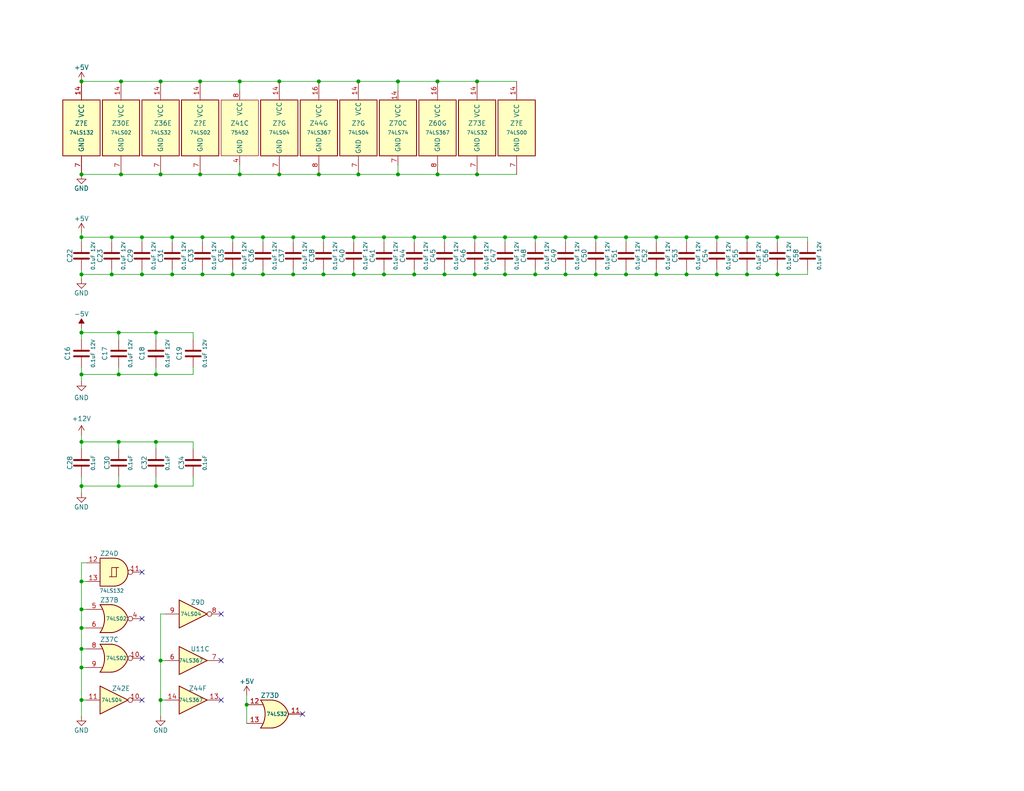
<source format=kicad_sch>
(kicad_sch (version 20230121) (generator eeschema)
  (paper "USLetter")
  (title_block (title "TRS-80 Model I") (date "2023-10-24") (rev "G") (company "RetroStack - Marcel Erz") (comment 2 "Main Units, Capacitors, and unused units") (comment 4 "Capacitors & Others"))
  (lib_symbols
    (symbol "74xx:74LS00" (pin_names (offset 1.016))
      (property "Reference" "U" (at 0 1.27 0))
      (property "Value" "74LS00" (at 0 -1.27 0))
      (symbol "74LS00_1_1"
        (pin input line (at -7.62 2.54 0) (length 3.81) (name "~") (number "1"))
        (pin input line (at -7.62 -2.54 0) (length 3.81) (name "~") (number "2"))
        (pin output inverted (at 7.62 0 180) (length 3.81) (name "~") (number "3"))
      )
      (symbol "74LS00_1_2"
        (pin input inverted (at -7.62 2.54 0) (length 4.318) (name "~") (number "1"))
        (pin input inverted (at -7.62 -2.54 0) (length 4.318) (name "~") (number "2"))
        (pin output line (at 7.62 0 180) (length 3.81) (name "~") (number "3"))
      )
      (symbol "74LS00_2_1"
        (pin input line (at -7.62 2.54 0) (length 3.81) (name "~") (number "4"))
        (pin input line (at -7.62 -2.54 0) (length 3.81) (name "~") (number "5"))
        (pin output inverted (at 7.62 0 180) (length 3.81) (name "~") (number "6"))
      )
      (symbol "74LS00_2_2"
        (pin input inverted (at -7.62 2.54 0) (length 4.318) (name "~") (number "4"))
        (pin input inverted (at -7.62 -2.54 0) (length 4.318) (name "~") (number "5"))
        (pin output line (at 7.62 0 180) (length 3.81) (name "~") (number "6"))
      )
      (symbol "74LS00_3_1"
        (pin input line (at -7.62 -2.54 0) (length 3.81) (name "~") (number "10"))
        (pin output inverted (at 7.62 0 180) (length 3.81) (name "~") (number "8"))
        (pin input line (at -7.62 2.54 0) (length 3.81) (name "~") (number "9"))
      )
      (symbol "74LS00_3_2"
        (pin input inverted (at -7.62 -2.54 0) (length 4.318) (name "~") (number "10"))
        (pin output line (at 7.62 0 180) (length 3.81) (name "~") (number "8"))
        (pin input inverted (at -7.62 2.54 0) (length 4.318) (name "~") (number "9"))
      )
      (symbol "74LS00_4_1"
        (pin output inverted (at 7.62 0 180) (length 3.81) (name "~") (number "11"))
        (pin input line (at -7.62 2.54 0) (length 3.81) (name "~") (number "12"))
        (pin input line (at -7.62 -2.54 0) (length 3.81) (name "~") (number "13"))
      )
      (symbol "74LS00_4_2"
        (pin output line (at 7.62 0 180) (length 3.81) (name "~") (number "11"))
        (pin input inverted (at -7.62 2.54 0) (length 4.318) (name "~") (number "12"))
        (pin input inverted (at -7.62 -2.54 0) (length 4.318) (name "~") (number "13"))
      )
      (symbol "74LS00_5_0"
        (pin power_in line (at 0 12.7 270) (length 5.08) (name "VCC") (number "14"))
        (pin power_in line (at 0 -12.7 90) (length 5.08) (name "GND") (number "7"))
      )
    )
    (symbol "74xx:74LS02" (pin_names (offset 1.016))
      (property "Reference" "U" (at 0 1.27 0))
      (property "Value" "74LS02" (at 0 -1.27 0))
      (symbol "74LS02_1_1"
        (pin output inverted (at 7.62 0 180) (length 3.81) (name "~") (number "1"))
        (pin input line (at -7.62 2.54 0) (length 4.318) (name "~") (number "2"))
        (pin input line (at -7.62 -2.54 0) (length 4.318) (name "~") (number "3"))
      )
      (symbol "74LS02_1_2"
        (pin output line (at 7.62 0 180) (length 3.81) (name "~") (number "1"))
        (pin input inverted (at -7.62 2.54 0) (length 3.81) (name "~") (number "2"))
        (pin input inverted (at -7.62 -2.54 0) (length 3.81) (name "~") (number "3"))
      )
      (symbol "74LS02_2_1"
        (pin output inverted (at 7.62 0 180) (length 3.81) (name "~") (number "4"))
        (pin input line (at -7.62 2.54 0) (length 4.318) (name "~") (number "5"))
        (pin input line (at -7.62 -2.54 0) (length 4.318) (name "~") (number "6"))
      )
      (symbol "74LS02_2_2"
        (pin output line (at 7.62 0 180) (length 3.81) (name "~") (number "4"))
        (pin input inverted (at -7.62 2.54 0) (length 3.81) (name "~") (number "5"))
        (pin input inverted (at -7.62 -2.54 0) (length 3.81) (name "~") (number "6"))
      )
      (symbol "74LS02_3_1"
        (pin output inverted (at 7.62 0 180) (length 3.81) (name "~") (number "10"))
        (pin input line (at -7.62 2.54 0) (length 4.318) (name "~") (number "8"))
        (pin input line (at -7.62 -2.54 0) (length 4.318) (name "~") (number "9"))
      )
      (symbol "74LS02_3_2"
        (pin output line (at 7.62 0 180) (length 3.81) (name "~") (number "10"))
        (pin input inverted (at -7.62 2.54 0) (length 3.81) (name "~") (number "8"))
        (pin input inverted (at -7.62 -2.54 0) (length 3.81) (name "~") (number "9"))
      )
      (symbol "74LS02_4_1"
        (pin input line (at -7.62 2.54 0) (length 4.318) (name "~") (number "11"))
        (pin input line (at -7.62 -2.54 0) (length 4.318) (name "~") (number "12"))
        (pin output inverted (at 7.62 0 180) (length 3.81) (name "~") (number "13"))
      )
      (symbol "74LS02_4_2"
        (pin input inverted (at -7.62 2.54 0) (length 3.81) (name "~") (number "11"))
        (pin input inverted (at -7.62 -2.54 0) (length 3.81) (name "~") (number "12"))
        (pin output line (at 7.62 0 180) (length 3.81) (name "~") (number "13"))
      )
      (symbol "74LS02_5_0"
        (pin power_in line (at 0 12.7 270) (length 5.08) (name "VCC") (number "14"))
        (pin power_in line (at 0 -12.7 90) (length 5.08) (name "GND") (number "7"))
      )
    )
    (symbol "74xx:74LS04"
      (property "Reference" "U" (at 0 1.27 0))
      (property "Value" "74LS04" (at 0 -1.27 0))
      (symbol "74LS04_1_0"
        (pin input line (at -7.62 0 0) (length 3.81) (name "~") (number "1"))
        (pin output inverted (at 7.62 0 180) (length 3.81) (name "~") (number "2"))
      )
      (symbol "74LS04_2_0"
        (pin input line (at -7.62 0 0) (length 3.81) (name "~") (number "3"))
        (pin output inverted (at 7.62 0 180) (length 3.81) (name "~") (number "4"))
      )
      (symbol "74LS04_3_0"
        (pin input line (at -7.62 0 0) (length 3.81) (name "~") (number "5"))
        (pin output inverted (at 7.62 0 180) (length 3.81) (name "~") (number "6"))
      )
      (symbol "74LS04_4_0"
        (pin output inverted (at 7.62 0 180) (length 3.81) (name "~") (number "8"))
        (pin input line (at -7.62 0 0) (length 3.81) (name "~") (number "9"))
      )
      (symbol "74LS04_5_0"
        (pin output inverted (at 7.62 0 180) (length 3.81) (name "~") (number "10"))
        (pin input line (at -7.62 0 0) (length 3.81) (name "~") (number "11"))
      )
      (symbol "74LS04_6_0"
        (pin output inverted (at 7.62 0 180) (length 3.81) (name "~") (number "12"))
        (pin input line (at -7.62 0 0) (length 3.81) (name "~") (number "13"))
      )
      (symbol "74LS04_7_0"
        (pin power_in line (at 0 12.7 270) (length 5.08) (name "VCC") (number "14"))
        (pin power_in line (at 0 -12.7 90) (length 5.08) (name "GND") (number "7"))
      )
    )
    (symbol "74xx:74LS132" (pin_names (offset 1.016))
      (property "Reference" "U" (at 0 1.27 0))
      (property "Value" "74LS132" (at 0 -1.27 0))
      (symbol "74LS132_1_1"
        (pin input line (at -7.62 2.54 0) (length 3.81) (name "~") (number "1"))
        (pin input line (at -7.62 -2.54 0) (length 3.81) (name "~") (number "2"))
        (pin output inverted (at 7.62 0 180) (length 3.81) (name "~") (number "3"))
      )
      (symbol "74LS132_1_2"
        (pin input inverted (at -7.62 2.54 0) (length 4.318) (name "~") (number "1"))
        (pin input inverted (at -7.62 -2.54 0) (length 4.318) (name "~") (number "2"))
        (pin output line (at 7.62 0 180) (length 3.81) (name "~") (number "3"))
      )
      (symbol "74LS132_2_1"
        (pin input line (at -7.62 2.54 0) (length 3.81) (name "~") (number "4"))
        (pin input line (at -7.62 -2.54 0) (length 3.81) (name "~") (number "5"))
        (pin output inverted (at 7.62 0 180) (length 3.81) (name "~") (number "6"))
      )
      (symbol "74LS132_2_2"
        (pin input inverted (at -7.62 2.54 0) (length 4.318) (name "~") (number "4"))
        (pin input inverted (at -7.62 -2.54 0) (length 4.318) (name "~") (number "5"))
        (pin output line (at 7.62 0 180) (length 3.81) (name "~") (number "6"))
      )
      (symbol "74LS132_3_1"
        (pin input line (at -7.62 -2.54 0) (length 3.81) (name "~") (number "10"))
        (pin output inverted (at 7.62 0 180) (length 3.81) (name "~") (number "8"))
        (pin input line (at -7.62 2.54 0) (length 3.81) (name "~") (number "9"))
      )
      (symbol "74LS132_3_2"
        (pin input inverted (at -7.62 -2.54 0) (length 4.318) (name "~") (number "10"))
        (pin output line (at 7.62 0 180) (length 3.81) (name "~") (number "8"))
        (pin input inverted (at -7.62 2.54 0) (length 4.318) (name "~") (number "9"))
      )
      (symbol "74LS132_4_1"
        (pin output inverted (at 7.62 0 180) (length 3.81) (name "~") (number "11"))
        (pin input line (at -7.62 2.54 0) (length 3.81) (name "~") (number "12"))
        (pin input line (at -7.62 -2.54 0) (length 3.81) (name "~") (number "13"))
      )
      (symbol "74LS132_4_2"
        (pin output line (at 7.62 0 180) (length 3.81) (name "~") (number "11"))
        (pin input inverted (at -7.62 2.54 0) (length 4.318) (name "~") (number "12"))
        (pin input inverted (at -7.62 -2.54 0) (length 4.318) (name "~") (number "13"))
      )
      (symbol "74LS132_5_0"
        (pin power_in line (at 0 12.7 270) (length 5.08) (name "VCC") (number "14"))
        (pin power_in line (at 0 -12.7 90) (length 5.08) (name "GND") (number "7"))
      )
    )
    (symbol "74xx:74LS32" (pin_names (offset 1.016))
      (property "Reference" "U" (at 0 1.27 0))
      (property "Value" "74LS32" (at 0 -1.27 0))
      (symbol "74LS32_1_1"
        (pin input line (at -7.62 2.54 0) (length 4.318) (name "~") (number "1"))
        (pin input line (at -7.62 -2.54 0) (length 4.318) (name "~") (number "2"))
        (pin output line (at 7.62 0 180) (length 3.81) (name "~") (number "3"))
      )
      (symbol "74LS32_1_2"
        (pin input inverted (at -7.62 2.54 0) (length 3.81) (name "~") (number "1"))
        (pin input inverted (at -7.62 -2.54 0) (length 3.81) (name "~") (number "2"))
        (pin output inverted (at 7.62 0 180) (length 3.81) (name "~") (number "3"))
      )
      (symbol "74LS32_2_1"
        (pin input line (at -7.62 2.54 0) (length 4.318) (name "~") (number "4"))
        (pin input line (at -7.62 -2.54 0) (length 4.318) (name "~") (number "5"))
        (pin output line (at 7.62 0 180) (length 3.81) (name "~") (number "6"))
      )
      (symbol "74LS32_2_2"
        (pin input inverted (at -7.62 2.54 0) (length 3.81) (name "~") (number "4"))
        (pin input inverted (at -7.62 -2.54 0) (length 3.81) (name "~") (number "5"))
        (pin output inverted (at 7.62 0 180) (length 3.81) (name "~") (number "6"))
      )
      (symbol "74LS32_3_1"
        (pin input line (at -7.62 -2.54 0) (length 4.318) (name "~") (number "10"))
        (pin output line (at 7.62 0 180) (length 3.81) (name "~") (number "8"))
        (pin input line (at -7.62 2.54 0) (length 4.318) (name "~") (number "9"))
      )
      (symbol "74LS32_3_2"
        (pin input inverted (at -7.62 -2.54 0) (length 3.81) (name "~") (number "10"))
        (pin output inverted (at 7.62 0 180) (length 3.81) (name "~") (number "8"))
        (pin input inverted (at -7.62 2.54 0) (length 3.81) (name "~") (number "9"))
      )
      (symbol "74LS32_4_1"
        (pin output line (at 7.62 0 180) (length 3.81) (name "~") (number "11"))
        (pin input line (at -7.62 2.54 0) (length 4.318) (name "~") (number "12"))
        (pin input line (at -7.62 -2.54 0) (length 4.318) (name "~") (number "13"))
      )
      (symbol "74LS32_4_2"
        (pin output inverted (at 7.62 0 180) (length 3.81) (name "~") (number "11"))
        (pin input inverted (at -7.62 2.54 0) (length 3.81) (name "~") (number "12"))
        (pin input inverted (at -7.62 -2.54 0) (length 3.81) (name "~") (number "13"))
      )
      (symbol "74LS32_5_0"
        (pin power_in line (at 0 12.7 270) (length 5.08) (name "VCC") (number "14"))
        (pin power_in line (at 0 -12.7 90) (length 5.08) (name "GND") (number "7"))
      )
    )
    (symbol "74xx:74LS74" (pin_names (offset 1.016))
      (property "Reference" "U" (at -7.62 8.89 0))
      (property "Value" "74LS74" (at -7.62 -8.89 0))
      (symbol "74LS74_1_0"
        (pin input line (at 0 -7.62 90) (length 2.54) (name "~{R}") (number "1"))
        (pin input line (at -7.62 2.54 0) (length 2.54) (name "D") (number "2"))
        (pin input clock (at -7.62 0 0) (length 2.54) (name "C") (number "3"))
        (pin input line (at 0 7.62 270) (length 2.54) (name "~{S}") (number "4"))
        (pin output line (at 7.62 2.54 180) (length 2.54) (name "Q") (number "5"))
        (pin output line (at 7.62 -2.54 180) (length 2.54) (name "~{Q}") (number "6"))
      )
      (symbol "74LS74_2_0"
        (pin input line (at 0 7.62 270) (length 2.54) (name "~{S}") (number "10"))
        (pin input clock (at -7.62 0 0) (length 2.54) (name "C") (number "11"))
        (pin input line (at -7.62 2.54 0) (length 2.54) (name "D") (number "12"))
        (pin input line (at 0 -7.62 90) (length 2.54) (name "~{R}") (number "13"))
        (pin output line (at 7.62 -2.54 180) (length 2.54) (name "~{Q}") (number "8"))
        (pin output line (at 7.62 2.54 180) (length 2.54) (name "Q") (number "9"))
      )
      (symbol "74LS74_3_0"
        (pin power_in line (at 0 10.16 270) (length 2.54) (name "VCC") (number "14"))
        (pin power_in line (at 0 -10.16 90) (length 2.54) (name "GND") (number "7"))
      )
    )
    (symbol "Device:C" (pin_numbers hide) (pin_names (offset 0.254))
      (property "Reference" "C" (at 0.635 2.54 0))
      (property "Value" "C" (at 0.635 -2.54 0))
      (symbol "C_1_1"
        (pin passive line (at 0 3.81 270) (length 2.794) (name "~") (number "1"))
        (pin passive line (at 0 -3.81 90) (length 2.794) (name "~") (number "2"))
      )
    )
    (symbol "RetroStackLibrary:74LS367_Split" (pin_names (offset 1.016))
      (property "Reference" "U" (at 0 1.27 0))
      (property "Value" "74LS367" (at 0 -1.27 0))
      (symbol "74LS367_Split_1_0"
        (pin input inverted (at 0 6.35 270) (length 4.445) (name "~") (number "1"))
        (pin input line (at -7.62 0 0) (length 3.81) (name "~") (number "2"))
        (pin tri_state line (at 7.62 0 180) (length 3.81) (name "~") (number "3"))
      )
      (symbol "74LS367_Split_2_0"
        (pin input line (at -7.62 0 0) (length 3.81) (name "~") (number "4"))
        (pin tri_state line (at 7.62 0 180) (length 3.81) (name "~") (number "5"))
      )
      (symbol "74LS367_Split_3_0"
        (pin input line (at -7.62 0 0) (length 3.81) (name "~") (number "6"))
        (pin tri_state line (at 7.62 0 180) (length 3.81) (name "~") (number "7"))
      )
      (symbol "74LS367_Split_4_0"
        (pin input line (at -7.62 0 0) (length 3.81) (name "~") (number "10"))
        (pin tri_state line (at 7.62 0 180) (length 3.81) (name "~") (number "9"))
      )
      (symbol "74LS367_Split_5_0"
        (pin tri_state line (at 8.255 -6.35 180) (length 3.81) (name "~") (number "11"))
        (pin input line (at -6.985 -6.35 0) (length 3.81) (name "~") (number "12"))
        (pin input inverted (at 0.635 0 270) (length 4.445) (name "~") (number "15"))
      )
      (symbol "74LS367_Split_6_0"
        (pin tri_state line (at 7.62 0 180) (length 3.81) (name "~") (number "13"))
        (pin input line (at -7.62 0 0) (length 3.81) (name "~") (number "14"))
      )
      (symbol "74LS367_Split_7_0"
        (pin power_in line (at 0 1.905 270) (length 5.08) (name "VCC") (number "16"))
        (pin power_in line (at 0 -23.495 90) (length 5.08) (name "GND") (number "8"))
      )
    )
    (symbol "RetroStackLibrary:75452"
      (property "Reference" "U" (at 0 0 0))
      (property "Value" "75452" (at 0 -2.54 0))
      (symbol "75452_1_1"
        (pin input line (at -9.525 -5.08 0) (length 2.54) (name "1A") (number "1"))
        (pin input line (at -9.525 -7.62 0) (length 2.54) (name "1B") (number "2"))
        (pin passive line (at 5.08 1.27 270) (length 2.54) (name "1Y") (number "3"))
      )
      (symbol "75452_2_1"
        (pin passive line (at 5.08 1.27 270) (length 2.54) (name "2Y") (number "5"))
        (pin input line (at -9.525 -5.08 0) (length 2.54) (name "2A") (number "6"))
        (pin input line (at -9.525 -7.62 0) (length 2.54) (name "2B") (number "7"))
      )
      (symbol "75452_3_1"
        (pin passive line (at -1.905 -19.05 90) (length 2.54) (name "GND") (number "4"))
        (pin passive line (at -1.905 1.27 270) (length 2.54) (name "VCC") (number "8"))
      )
    )
    (symbol "power:+12V" (power) (pin_names (offset 0))
      (property "Value" "+12V" (at 0 3.556 0))
      (symbol "+12V_1_1"
        (pin power_in line (at 0 0 90) (length 0) hide (name "+12V") (number "1"))
      )
    )
    (symbol "power:+5V" (power) (pin_names (offset 0))
      (property "Value" "+5V" (at 0 3.556 0))
      (symbol "+5V_1_1"
        (pin power_in line (at 0 0 90) (length 0) hide (name "+5V") (number "1"))
      )
    )
    (symbol "power:-5V" (power) (pin_names (offset 0))
      (property "Value" "-5V" (at 0 3.81 0))
      (symbol "-5V_0_0"
        (pin power_in line (at 0 0 90) (length 0) hide (name "-5V") (number "1"))
      )
    )
    (symbol "power:GND" (power) (pin_names (offset 0))
      (property "Value" "GND" (at 0 -3.81 0))
      (symbol "GND_1_1"
        (pin power_in line (at 0 0 270) (length 0) hide (name "GND") (number "1"))
      )
    )
  )
  (junction (at 212.09 74.93))
  (junction (at 113.03 64.77))
  (junction (at 130.175 22.225))
  (junction (at 63.5 74.93))
  (junction (at 137.795 74.93))
  (junction (at 43.815 22.225))
  (junction (at 179.07 74.93))
  (junction (at 119.38 47.625))
  (junction (at 212.09 64.77))
  (junction (at 63.5 64.77))
  (junction (at 42.545 132.715))
  (junction (at 179.07 64.77))
  (junction (at 46.99 64.77))
  (junction (at 88.265 74.93))
  (junction (at 113.03 74.93))
  (junction (at 129.54 74.93))
  (junction (at 30.48 74.93))
  (junction (at 71.755 64.77))
  (junction (at 22.225 182.245))
  (junction (at 96.52 74.93))
  (junction (at 146.05 64.77))
  (junction (at 22.225 102.235))
  (junction (at 43.815 180.34))
  (junction (at 170.815 64.77))
  (junction (at 170.815 74.93))
  (junction (at 43.815 47.625))
  (junction (at 54.61 47.625))
  (junction (at 154.305 74.93))
  (junction (at 195.58 64.77))
  (junction (at 162.56 74.93))
  (junction (at 22.225 171.45))
  (junction (at 86.995 22.225))
  (junction (at 96.52 64.77))
  (junction (at 162.56 64.77))
  (junction (at 22.225 120.65))
  (junction (at 42.545 102.235))
  (junction (at 32.385 90.805))
  (junction (at 130.175 47.625))
  (junction (at 42.545 120.65))
  (junction (at 104.775 74.93))
  (junction (at 76.2 47.625))
  (junction (at 30.48 64.77))
  (junction (at 43.815 191.135))
  (junction (at 46.99 74.93))
  (junction (at 129.54 64.77))
  (junction (at 22.225 177.165))
  (junction (at 97.79 47.625))
  (junction (at 65.405 47.625))
  (junction (at 121.285 64.77))
  (junction (at 32.385 132.715))
  (junction (at 22.225 166.37))
  (junction (at 97.79 22.225))
  (junction (at 108.585 22.225))
  (junction (at 154.305 64.77))
  (junction (at 54.61 22.225))
  (junction (at 22.225 74.93))
  (junction (at 33.02 22.225))
  (junction (at 65.405 22.225))
  (junction (at 67.31 192.405))
  (junction (at 38.735 64.77))
  (junction (at 38.735 74.93))
  (junction (at 121.285 74.93))
  (junction (at 187.325 74.93))
  (junction (at 22.225 132.715))
  (junction (at 203.835 74.93))
  (junction (at 55.245 74.93))
  (junction (at 195.58 74.93))
  (junction (at 33.02 47.625))
  (junction (at 108.585 47.625))
  (junction (at 32.385 102.235))
  (junction (at 42.545 90.805))
  (junction (at 187.325 64.77))
  (junction (at 146.05 74.93))
  (junction (at 76.2 22.225))
  (junction (at 104.775 64.77))
  (junction (at 22.225 90.805))
  (junction (at 22.225 64.77))
  (junction (at 203.835 64.77))
  (junction (at 71.755 74.93))
  (junction (at 32.385 120.65))
  (junction (at 137.795 64.77))
  (junction (at 22.225 158.75))
  (junction (at 22.225 22.225))
  (junction (at 119.38 22.225))
  (junction (at 80.01 74.93))
  (junction (at 22.225 47.625))
  (junction (at 86.995 47.625))
  (junction (at 88.265 64.77))
  (junction (at 80.01 64.77))
  (junction (at 22.225 191.135))
  (junction (at 55.245 64.77))
  (no_connect (at 38.735 191.135))
  (no_connect (at 38.735 156.21))
  (no_connect (at 60.325 180.34))
  (no_connect (at 82.55 194.945))
  (no_connect (at 60.325 167.64))
  (no_connect (at 38.735 179.705))
  (no_connect (at 60.325 191.135))
  (no_connect (at 38.735 168.91))
  (wire (pts (xy 154.305 74.93) (xy 162.56 74.93)))
  (wire (pts (xy 154.305 64.77) (xy 154.305 66.04)))
  (wire (pts (xy 32.385 92.71) (xy 32.385 90.805)))
  (wire (pts (xy 137.795 74.93) (xy 137.795 73.66)))
  (wire (pts (xy 22.225 76.2) (xy 22.225 74.93)))
  (wire (pts (xy 108.585 24.765) (xy 108.585 22.225)))
  (wire (pts (xy 67.31 189.865) (xy 67.31 192.405)))
  (wire (pts (xy 22.225 120.65) (xy 22.225 122.555)))
  (wire (pts (xy 43.815 180.34) (xy 45.085 180.34)))
  (wire (pts (xy 179.07 74.93) (xy 187.325 74.93)))
  (wire (pts (xy 71.755 74.93) (xy 80.01 74.93)))
  (wire (pts (xy 30.48 74.93) (xy 30.48 73.66)))
  (wire (pts (xy 55.245 64.77) (xy 63.5 64.77)))
  (wire (pts (xy 67.31 192.405) (xy 67.31 197.485)))
  (wire (pts (xy 65.405 22.225) (xy 54.61 22.225)))
  (wire (pts (xy 88.265 64.77) (xy 96.52 64.77)))
  (wire (pts (xy 86.995 47.625) (xy 97.79 47.625)))
  (wire (pts (xy 195.58 74.93) (xy 195.58 73.66)))
  (wire (pts (xy 43.815 47.625) (xy 54.61 47.625)))
  (wire (pts (xy 203.835 64.77) (xy 203.835 66.04)))
  (wire (pts (xy 104.775 74.93) (xy 104.775 73.66)))
  (wire (pts (xy 113.03 64.77) (xy 121.285 64.77)))
  (wire (pts (xy 55.245 74.93) (xy 55.245 73.66)))
  (wire (pts (xy 96.52 64.77) (xy 104.775 64.77)))
  (wire (pts (xy 130.175 22.225) (xy 140.97 22.225)))
  (wire (pts (xy 220.345 74.93) (xy 212.09 74.93)))
  (wire (pts (xy 42.545 120.65) (xy 42.545 122.555)))
  (wire (pts (xy 195.58 64.77) (xy 203.835 64.77)))
  (wire (pts (xy 146.05 74.93) (xy 146.05 73.66)))
  (wire (pts (xy 137.795 74.93) (xy 146.05 74.93)))
  (wire (pts (xy 38.735 74.93) (xy 46.99 74.93)))
  (wire (pts (xy 76.2 22.225) (xy 86.995 22.225)))
  (wire (pts (xy 22.225 118.745) (xy 22.225 120.65)))
  (wire (pts (xy 146.05 64.77) (xy 146.05 66.04)))
  (wire (pts (xy 32.385 120.65) (xy 22.225 120.65)))
  (wire (pts (xy 80.01 64.77) (xy 88.265 64.77)))
  (wire (pts (xy 46.99 64.77) (xy 46.99 66.04)))
  (wire (pts (xy 30.48 74.93) (xy 38.735 74.93)))
  (wire (pts (xy 113.03 64.77) (xy 113.03 66.04)))
  (wire (pts (xy 52.705 130.175) (xy 52.705 132.715)))
  (wire (pts (xy 43.815 22.225) (xy 54.61 22.225)))
  (wire (pts (xy 38.735 74.93) (xy 38.735 73.66)))
  (wire (pts (xy 42.545 100.33) (xy 42.545 102.235)))
  (wire (pts (xy 43.815 191.135) (xy 45.085 191.135)))
  (wire (pts (xy 65.405 24.765) (xy 65.405 22.225)))
  (wire (pts (xy 170.815 74.93) (xy 170.815 73.66)))
  (wire (pts (xy 113.03 74.93) (xy 121.285 74.93)))
  (wire (pts (xy 32.385 130.175) (xy 32.385 132.715)))
  (wire (pts (xy 33.02 47.625) (xy 43.815 47.625)))
  (wire (pts (xy 179.07 64.77) (xy 187.325 64.77)))
  (wire (pts (xy 220.345 73.66) (xy 220.345 74.93)))
  (wire (pts (xy 32.385 102.235) (xy 22.225 102.235)))
  (wire (pts (xy 65.405 22.225) (xy 76.2 22.225)))
  (wire (pts (xy 42.545 92.71) (xy 42.545 90.805)))
  (wire (pts (xy 22.225 158.75) (xy 23.495 158.75)))
  (wire (pts (xy 23.495 191.135) (xy 22.225 191.135)))
  (wire (pts (xy 63.5 74.93) (xy 63.5 73.66)))
  (wire (pts (xy 203.835 64.77) (xy 212.09 64.77)))
  (wire (pts (xy 137.795 64.77) (xy 146.05 64.77)))
  (wire (pts (xy 42.545 102.235) (xy 32.385 102.235)))
  (wire (pts (xy 23.495 153.67) (xy 22.225 153.67)))
  (wire (pts (xy 121.285 74.93) (xy 129.54 74.93)))
  (wire (pts (xy 121.285 64.77) (xy 121.285 66.04)))
  (wire (pts (xy 33.02 22.225) (xy 43.815 22.225)))
  (wire (pts (xy 146.05 74.93) (xy 154.305 74.93)))
  (wire (pts (xy 52.705 132.715) (xy 42.545 132.715)))
  (wire (pts (xy 203.835 74.93) (xy 203.835 73.66)))
  (wire (pts (xy 88.265 74.93) (xy 96.52 74.93)))
  (wire (pts (xy 22.225 177.165) (xy 23.495 177.165)))
  (wire (pts (xy 63.5 64.77) (xy 71.755 64.77)))
  (wire (pts (xy 52.705 92.71) (xy 52.705 90.805)))
  (wire (pts (xy 108.585 47.625) (xy 97.79 47.625)))
  (wire (pts (xy 80.01 74.93) (xy 88.265 74.93)))
  (wire (pts (xy 119.38 22.225) (xy 130.175 22.225)))
  (wire (pts (xy 195.58 74.93) (xy 203.835 74.93)))
  (wire (pts (xy 46.99 74.93) (xy 46.99 73.66)))
  (wire (pts (xy 121.285 74.93) (xy 121.285 73.66)))
  (wire (pts (xy 71.755 74.93) (xy 71.755 73.66)))
  (wire (pts (xy 108.585 22.225) (xy 119.38 22.225)))
  (wire (pts (xy 22.225 63.5) (xy 22.225 64.77)))
  (wire (pts (xy 170.815 64.77) (xy 170.815 66.04)))
  (wire (pts (xy 80.01 64.77) (xy 80.01 66.04)))
  (wire (pts (xy 22.225 191.135) (xy 22.225 195.58)))
  (wire (pts (xy 212.09 64.77) (xy 212.09 66.04)))
  (wire (pts (xy 146.05 64.77) (xy 154.305 64.77)))
  (wire (pts (xy 220.345 64.77) (xy 212.09 64.77)))
  (wire (pts (xy 187.325 74.93) (xy 195.58 74.93)))
  (wire (pts (xy 22.225 90.805) (xy 22.225 92.71)))
  (wire (pts (xy 42.545 132.715) (xy 32.385 132.715)))
  (wire (pts (xy 195.58 64.77) (xy 195.58 66.04)))
  (wire (pts (xy 104.775 74.93) (xy 113.03 74.93)))
  (wire (pts (xy 86.995 22.225) (xy 97.79 22.225)))
  (wire (pts (xy 22.225 64.77) (xy 30.48 64.77)))
  (wire (pts (xy 76.2 47.625) (xy 86.995 47.625)))
  (wire (pts (xy 162.56 74.93) (xy 170.815 74.93)))
  (wire (pts (xy 179.07 64.77) (xy 179.07 66.04)))
  (wire (pts (xy 130.175 47.625) (xy 140.97 47.625)))
  (wire (pts (xy 187.325 74.93) (xy 187.325 73.66)))
  (wire (pts (xy 71.755 64.77) (xy 80.01 64.77)))
  (wire (pts (xy 43.815 167.64) (xy 43.815 180.34)))
  (wire (pts (xy 32.385 132.715) (xy 22.225 132.715)))
  (wire (pts (xy 22.225 177.165) (xy 22.225 182.245)))
  (wire (pts (xy 22.225 22.225) (xy 33.02 22.225)))
  (wire (pts (xy 203.835 74.93) (xy 212.09 74.93)))
  (wire (pts (xy 22.225 64.77) (xy 22.225 66.04)))
  (wire (pts (xy 129.54 64.77) (xy 129.54 66.04)))
  (wire (pts (xy 42.545 90.805) (xy 32.385 90.805)))
  (wire (pts (xy 65.405 45.085) (xy 65.405 47.625)))
  (wire (pts (xy 129.54 74.93) (xy 137.795 74.93)))
  (wire (pts (xy 22.225 74.93) (xy 22.225 73.66)))
  (wire (pts (xy 43.815 180.34) (xy 43.815 191.135)))
  (wire (pts (xy 22.225 102.235) (xy 22.225 104.14)))
  (wire (pts (xy 121.285 64.77) (xy 129.54 64.77)))
  (wire (pts (xy 22.225 182.245) (xy 23.495 182.245)))
  (wire (pts (xy 43.815 191.135) (xy 43.815 195.58)))
  (wire (pts (xy 46.99 74.93) (xy 55.245 74.93)))
  (wire (pts (xy 22.225 153.67) (xy 22.225 158.75)))
  (wire (pts (xy 32.385 90.805) (xy 22.225 90.805)))
  (wire (pts (xy 96.52 64.77) (xy 96.52 66.04)))
  (wire (pts (xy 63.5 74.93) (xy 71.755 74.93)))
  (wire (pts (xy 32.385 120.65) (xy 32.385 122.555)))
  (wire (pts (xy 22.225 166.37) (xy 22.225 171.45)))
  (wire (pts (xy 45.085 167.64) (xy 43.815 167.64)))
  (wire (pts (xy 162.56 64.77) (xy 170.815 64.77)))
  (wire (pts (xy 129.54 64.77) (xy 137.795 64.77)))
  (wire (pts (xy 104.775 64.77) (xy 104.775 66.04)))
  (wire (pts (xy 170.815 74.93) (xy 179.07 74.93)))
  (wire (pts (xy 52.705 120.65) (xy 42.545 120.65)))
  (wire (pts (xy 52.705 122.555) (xy 52.705 120.65)))
  (wire (pts (xy 170.815 64.77) (xy 179.07 64.77)))
  (wire (pts (xy 22.225 74.93) (xy 30.48 74.93)))
  (wire (pts (xy 38.735 64.77) (xy 46.99 64.77)))
  (wire (pts (xy 22.225 89.535) (xy 22.225 90.805)))
  (wire (pts (xy 154.305 64.77) (xy 162.56 64.77)))
  (wire (pts (xy 42.545 120.65) (xy 32.385 120.65)))
  (wire (pts (xy 65.405 47.625) (xy 76.2 47.625)))
  (wire (pts (xy 96.52 74.93) (xy 96.52 73.66)))
  (wire (pts (xy 30.48 64.77) (xy 38.735 64.77)))
  (wire (pts (xy 30.48 64.77) (xy 30.48 66.04)))
  (wire (pts (xy 71.755 64.77) (xy 71.755 66.04)))
  (wire (pts (xy 154.305 74.93) (xy 154.305 73.66)))
  (wire (pts (xy 96.52 74.93) (xy 104.775 74.93)))
  (wire (pts (xy 162.56 64.77) (xy 162.56 66.04)))
  (wire (pts (xy 88.265 74.93) (xy 88.265 73.66)))
  (wire (pts (xy 42.545 130.175) (xy 42.545 132.715)))
  (wire (pts (xy 119.38 47.625) (xy 130.175 47.625)))
  (wire (pts (xy 22.225 166.37) (xy 23.495 166.37)))
  (wire (pts (xy 22.225 100.33) (xy 22.225 102.235)))
  (wire (pts (xy 179.07 74.93) (xy 179.07 73.66)))
  (wire (pts (xy 104.775 64.77) (xy 113.03 64.77)))
  (wire (pts (xy 22.225 132.715) (xy 22.225 134.62)))
  (wire (pts (xy 52.705 102.235) (xy 42.545 102.235)))
  (wire (pts (xy 220.345 66.04) (xy 220.345 64.77)))
  (wire (pts (xy 187.325 64.77) (xy 195.58 64.77)))
  (wire (pts (xy 108.585 45.085) (xy 108.585 47.625)))
  (wire (pts (xy 22.225 47.625) (xy 33.02 47.625)))
  (wire (pts (xy 55.245 74.93) (xy 63.5 74.93)))
  (wire (pts (xy 38.735 64.77) (xy 38.735 66.04)))
  (wire (pts (xy 22.225 158.75) (xy 22.225 166.37)))
  (wire (pts (xy 22.225 171.45) (xy 22.225 177.165)))
  (wire (pts (xy 55.245 64.77) (xy 55.245 66.04)))
  (wire (pts (xy 22.225 130.175) (xy 22.225 132.715)))
  (wire (pts (xy 88.265 64.77) (xy 88.265 66.04)))
  (wire (pts (xy 46.99 64.77) (xy 55.245 64.77)))
  (wire (pts (xy 162.56 74.93) (xy 162.56 73.66)))
  (wire (pts (xy 108.585 47.625) (xy 119.38 47.625)))
  (wire (pts (xy 137.795 64.77) (xy 137.795 66.04)))
  (wire (pts (xy 63.5 64.77) (xy 63.5 66.04)))
  (wire (pts (xy 129.54 74.93) (xy 129.54 73.66)))
  (wire (pts (xy 212.09 74.93) (xy 212.09 73.66)))
  (wire (pts (xy 52.705 100.33) (xy 52.705 102.235)))
  (wire (pts (xy 113.03 74.93) (xy 113.03 73.66)))
  (wire (pts (xy 22.225 182.245) (xy 22.225 191.135)))
  (wire (pts (xy 108.585 22.225) (xy 97.79 22.225)))
  (wire (pts (xy 187.325 64.77) (xy 187.325 66.04)))
  (wire (pts (xy 52.705 90.805) (xy 42.545 90.805)))
  (wire (pts (xy 65.405 47.625) (xy 54.61 47.625)))
  (wire (pts (xy 22.225 171.45) (xy 23.495 171.45)))
  (wire (pts (xy 80.01 74.93) (xy 80.01 73.66)))
  (wire (pts (xy 32.385 100.33) (xy 32.385 102.235)))
  (symbol (lib_id "Device:C") (at 104.775 69.85 0) (unit 1)
    (property "Reference" "C41" (at 101.6 69.85 90))
    (property "Value" "0.1uF 12V" (at 107.95 69.85 90) (effects (font (size 1 1))))
    (property "Footprint" "RetroStackLibrary:TRS80_Model_I_C_Disc_9.5L_4W_6P_Small" (effects hide))
  )
  (symbol (lib_id "74xx:74LS04") (at 52.705 167.64 0) (unit 4)
    (property "Reference" "Z9" (at 53.975 164.465 0))
    (property "Value" "74LS04" (at 52.07 167.64 0) (effects (font (size 1 1))))
    (property "Footprint" "RetroStackLibrary:TRS80_Model_I_DIP14" (effects hide))
    (property "Datasheet" "http://www.ti.com/lit/gpn/sn74LS04" (effects hide))
    (instances (project "Replica" (path "" (reference "Z9") (unit 4))) (project "TRS80_Model_I_G" (path "" (reference "Z15") (unit 4)) (path "" (reference "Z52") (unit 4))))
  )
  (symbol (lib_id "74xx:74LS02") (at 54.61 34.925 0) (unit 5)
    (property "Reference" "Z?" (at 54.61 33.655 0))
    (property "Value" "74LS02" (at 54.61 36.195 0) (effects (font (size 1 1))))
    (property "Footprint" "RetroStackLibrary:TRS80_Model_I_DIP14" (effects hide))
    (property "Datasheet" "http://www.ti.com/lit/gpn/sn74ls02" (effects hide))
    (instances (project "TRS80_Model_I_G" (path "" (reference "Z?") (unit 5)) (path "" (reference "Z37") (unit 5))))
  )
  (symbol (lib_id "74xx:74LS04") (at 97.79 34.925 0) (unit 7)
    (property "Reference" "Z?" (at 97.79 33.655 0))
    (property "Value" "74LS04" (at 97.79 36.195 0) (effects (font (size 1 1))))
    (property "Footprint" "RetroStackLibrary:TRS80_Model_I_DIP14" (effects hide))
    (property "Datasheet" "http://www.ti.com/lit/gpn/sn74LS04" (effects hide))
    (instances (project "TRS80_Model_I_G" (path "" (reference "Z?") (unit 7)) (path "" (reference "Z52") (unit 7))))
  )
  (symbol (lib_id "74xx:74LS00") (at 140.97 34.925 0) (unit 5)
    (property "Reference" "Z?" (at 140.97 33.655 0))
    (property "Value" "74LS00" (at 140.97 36.195 0) (effects (font (size 1 1))))
    (property "Footprint" "RetroStackLibrary:TRS80_Model_I_DIP14" (effects hide))
    (property "Datasheet" "http://www.ti.com/lit/gpn/sn74ls00" (effects hide))
    (instances (project "TRS80_Model_I_G" (path "" (reference "Z?") (unit 5)) (path "" (reference "Z74") (unit 5))))
  )
  (symbol (lib_id "74xx:74LS04") (at 31.115 191.135 0) (unit 5)
    (property "Reference" "Z42" (at 33.02 187.96 0))
    (property "Value" "74LS04" (at 30.48 191.135 0) (effects (font (size 1 1))))
    (property "Footprint" "RetroStackLibrary:TRS80_Model_I_DIP14" (effects hide))
    (property "Datasheet" "http://www.ti.com/lit/gpn/sn74LS04" (effects hide))
    (instances (project "Replica" (path "" (reference "Z42") (unit 5))) (project "TRS80_Model_I_G" (path "" (reference "Z3") (unit 5)) (path "" (reference "Z42") (unit 5))))
  )
  (symbol (lib_id "74xx:74LS02") (at 33.02 34.925 0) (unit 5)
    (property "Reference" "Z30" (at 30.48 33.655 0) (effects (justify left)))
    (property "Value" "74LS02" (at 33.02 36.195 0) (effects (font (size 1 1))))
    (property "Footprint" "RetroStackLibrary:TRS80_Model_I_DIP14" (effects hide))
    (property "Datasheet" "http://www.ti.com/lit/gpn/sn74ls02" (effects hide))
    (instances (project "Replica" (path "" (reference "Z30") (unit 5))) (project "TRS80_Model_I_G" (path "" (reference "Z?") (unit 5)) (path "" (reference "Z30") (unit 5)) (path "" (reference "Z30") (unit 5)) (path "" (reference "Z30") (unit 5))))
  )
  (symbol (lib_id "Device:C") (at 187.325 69.85 0) (unit 1)
    (property "Reference" "C53" (at 184.15 69.85 90))
    (property "Value" "0.1uF 12V" (at 190.5 69.85 90) (effects (font (size 1 1))))
    (property "Footprint" "RetroStackLibrary:TRS80_Model_I_C_Disc_9.5L_4W_6P_Small" (effects hide))
  )
  (symbol (lib_id "Device:C") (at 52.705 96.52 0) (unit 1)
    (property "Reference" "C19" (at 48.895 96.52 90))
    (property "Value" "0.1uF 12V" (at 55.88 96.52 90) (effects (font (size 1 1))))
    (property "Footprint" "RetroStackLibrary:TRS80_Model_I_C_Disc_9.5L_4W_6P_Small" (effects hide))
  )
  (symbol (lib_id "Device:C") (at 220.345 69.85 0) (unit 1)
    (property "Reference" "C58" (at 217.17 69.85 90))
    (property "Value" "0.1uF 12V" (at 223.52 69.85 90) (effects (font (size 1 1))))
    (property "Footprint" "RetroStackLibrary:TRS80_Model_I_C_Disc_9.5L_4W_6P_Small" (effects hide))
  )
  (symbol (lib_id "power:GND") (at 22.225 47.625 0) (unit 1)
    (property "Reference" "#PWR014" (effects hide))
    (property "Value" "GND" (at 22.225 51.435 0))
    (instances (project "TRS80_Model_I_G" (path "" (reference "#PWR014") (unit 1)) (path "" (reference "#PWR038") (unit 1))))
  )
  (symbol (lib_id "74xx:74LS132") (at 22.225 34.925 0) (unit 5)
    (property "Reference" "Z?" (at 22.225 33.655 0))
    (property "Value" "74LS132" (at 22.225 36.195 0) (effects (font (size 1 1))))
    (property "Footprint" "RetroStackLibrary:TRS80_Model_I_DIP14" (effects hide))
    (property "Datasheet" "http://www.ti.com/lit/gpn/sn74LS132" (effects hide))
    (instances (project "TRS80_Model_I_G" (path "" (reference "Z?") (unit 5)) (path "" (reference "Z24") (unit 5))))
  )
  (symbol (lib_id "74xx:74LS32") (at 74.93 194.945 0) (unit 4)
    (property "Reference" "Z73" (at 73.66 189.865 0))
    (property "Value" "74LS32" (at 75.565 194.945 0) (effects (font (size 1 1))))
    (property "Footprint" "RetroStackLibrary:TRS80_Model_I_DIP14" (effects hide))
    (property "Datasheet" "http://www.ti.com/lit/gpn/sn74LS32" (effects hide))
  )
  (symbol (lib_id "RetroStackLibrary:74LS367_Split") (at 86.995 24.13 0) (unit 7)
    (property "Reference" "Z44" (at 86.995 33.655 0))
    (property "Value" "74LS367" (at 86.995 36.195 0) (effects (font (size 1 1))))
    (property "Footprint" "RetroStackLibrary:TRS80_Model_I_DIP16" (effects hide))
    (property "Datasheet" "https://www.ti.com/lit/ds/symlink/sn74ls367a.pdf" (effects hide))
  )
  (symbol (lib_id "Device:C") (at 38.735 69.85 0) (unit 1)
    (property "Reference" "C29" (at 35.56 69.85 90))
    (property "Value" "0.1uF 12V" (at 41.91 69.85 90) (effects (font (size 1 1))))
    (property "Footprint" "RetroStackLibrary:TRS80_Model_I_C_Disc_9.5L_4W_6P_Small" (effects hide))
  )
  (symbol (lib_id "Device:C") (at 32.385 96.52 0) (unit 1)
    (property "Reference" "C17" (at 28.575 96.52 90))
    (property "Value" "0.1uF 12V" (at 35.56 96.52 90) (effects (font (size 1 1))))
    (property "Footprint" "RetroStackLibrary:TRS80_Model_I_C_Disc_9.5L_4W_6P_Small" (effects hide))
  )
  (symbol (lib_id "Device:C") (at 22.225 126.365 0) (unit 1)
    (property "Reference" "C28" (at 19.05 126.365 90))
    (property "Value" "0.1uF" (at 25.4 126.365 90) (effects (font (size 1 1))))
    (property "Footprint" "RetroStackLibrary:TRS80_Model_I_C_Disc_18.5L_4W_8.5P_Large" (effects hide))
  )
  (symbol (lib_id "Device:C") (at 88.265 69.85 0) (unit 1)
    (property "Reference" "C38" (at 85.09 69.85 90))
    (property "Value" "0.1uF 12V" (at 91.44 69.85 90) (effects (font (size 1 1))))
    (property "Footprint" "RetroStackLibrary:TRS80_Model_I_C_Disc_9.5L_4W_6P_Small" (effects hide))
  )
  (symbol (lib_id "Device:C") (at 22.225 96.52 0) (unit 1)
    (property "Reference" "C16" (at 18.415 96.52 90))
    (property "Value" "0.1uF 12V" (at 25.4 96.52 90) (effects (font (size 1 1))))
    (property "Footprint" "RetroStackLibrary:TRS80_Model_I_C_Disc_9.5L_4W_6P_Small" (effects hide))
  )
  (symbol (lib_id "Device:C") (at 80.01 69.85 0) (unit 1)
    (property "Reference" "C37" (at 76.835 69.85 90))
    (property "Value" "0.1uF 12V" (at 83.185 69.85 90) (effects (font (size 1 1))))
    (property "Footprint" "RetroStackLibrary:TRS80_Model_I_C_Disc_9.5L_4W_6P_Small" (effects hide))
  )
  (symbol (lib_id "74xx:74LS02") (at 31.115 179.705 0) (unit 3)
    (property "Reference" "Z37" (at 29.845 174.625 0))
    (property "Value" "74LS02" (at 31.75 179.705 0) (effects (font (size 1 1))))
    (property "Footprint" "RetroStackLibrary:TRS80_Model_I_DIP14" (effects hide))
    (property "Datasheet" "http://www.ti.com/lit/gpn/sn74ls02" (effects hide))
  )
  (symbol (lib_id "Device:C") (at 113.03 69.85 0) (unit 1)
    (property "Reference" "C44" (at 109.855 69.85 90))
    (property "Value" "0.1uF 12V" (at 116.205 69.85 90) (effects (font (size 1 1))))
    (property "Footprint" "RetroStackLibrary:TRS80_Model_I_C_Disc_9.5L_4W_6P_Small" (effects hide))
  )
  (symbol (lib_id "Device:C") (at 63.5 69.85 0) (unit 1)
    (property "Reference" "C35" (at 60.325 69.85 90))
    (property "Value" "0.1uF 12V" (at 66.675 69.85 90) (effects (font (size 1 1))))
    (property "Footprint" "RetroStackLibrary:TRS80_Model_I_C_Disc_9.5L_4W_6P_Small" (effects hide))
  )
  (symbol (lib_id "power:+12V") (at 22.225 118.745 0) (unit 1)
    (property "Reference" "#PWR0204" (effects hide))
    (property "Value" "+12V" (at 22.225 114.3 0))
    (instances (project "TRS80_Model_I_G" (path "" (reference "#PWR0204") (unit 1)) (path "" (reference "#PWR044") (unit 1))))
  )
  (symbol (lib_id "Device:C") (at 52.705 126.365 0) (unit 1)
    (property "Reference" "C34" (at 49.53 126.365 90))
    (property "Value" "0.1uF" (at 55.88 126.365 90) (effects (font (size 1 1))))
    (property "Footprint" "RetroStackLibrary:TRS80_Model_I_C_Disc_18.5L_4W_8.5P_Large" (effects hide))
  )
  (symbol (lib_id "74xx:74LS74") (at 108.585 34.925 0) (unit 3)
    (property "Reference" "Z70" (at 106.045 33.655 0) (effects (justify left)))
    (property "Value" "74LS74" (at 108.585 36.195 0) (effects (font (size 1 1))))
    (property "Footprint" "RetroStackLibrary:TRS80_Model_I_DIP14" (effects hide))
    (property "Datasheet" "74xx/74hc_hct74.pdf" (effects hide))
    (instances (project "Replica" (path "" (reference "Z70") (unit 3))) (project "TRS80_Model_I_G" (path "" (reference "Z?") (unit 3)) (path "" (reference "Z70") (unit 3))))
  )
  (symbol (lib_id "Device:C") (at 129.54 69.85 0) (unit 1)
    (property "Reference" "C46" (at 126.365 69.85 90))
    (property "Value" "0.1uF 12V" (at 132.715 69.85 90) (effects (font (size 1 1))))
    (property "Footprint" "RetroStackLibrary:TRS80_Model_I_C_Disc_9.5L_4W_6P_Small" (effects hide))
  )
  (symbol (lib_id "Device:C") (at 146.05 69.85 0) (unit 1)
    (property "Reference" "C48" (at 142.875 69.85 90))
    (property "Value" "0.1uF 12V" (at 149.225 69.85 90) (effects (font (size 1 1))))
    (property "Footprint" "RetroStackLibrary:TRS80_Model_I_C_Disc_9.5L_4W_6P_Small" (effects hide))
  )
  (symbol (lib_id "Device:C") (at 32.385 126.365 0) (unit 1)
    (property "Reference" "C30" (at 29.21 126.365 90))
    (property "Value" "0.1uF" (at 35.56 126.365 90) (effects (font (size 1 1))))
    (property "Footprint" "RetroStackLibrary:TRS80_Model_I_C_Disc_18.5L_4W_8.5P_Large" (effects hide))
  )
  (symbol (lib_id "Device:C") (at 30.48 69.85 0) (unit 1)
    (property "Reference" "C23" (at 27.305 69.85 90))
    (property "Value" "0.1uF 12V" (at 33.655 69.85 90) (effects (font (size 1 1))))
    (property "Footprint" "RetroStackLibrary:TRS80_Model_I_C_Disc_9.5L_4W_6P_Small" (effects hide))
  )
  (symbol (lib_id "power:GND") (at 22.225 195.58 0) (unit 1)
    (property "Reference" "#PWR014" (effects hide))
    (property "Value" "GND" (at 22.225 199.39 0))
    (instances (project "TRS80_Model_I_G" (path "" (reference "#PWR014") (unit 1)) (path "" (reference "#PWR036") (unit 1))))
  )
  (symbol (lib_id "Device:C") (at 179.07 69.85 0) (unit 1)
    (property "Reference" "C52" (at 175.895 69.85 90))
    (property "Value" "0.1uF 12V" (at 182.245 69.85 90) (effects (font (size 1 1))))
    (property "Footprint" "RetroStackLibrary:TRS80_Model_I_C_Disc_9.5L_4W_6P_Small" (effects hide))
  )
  (symbol (lib_id "Device:C") (at 71.755 69.85 0) (unit 1)
    (property "Reference" "C36" (at 68.58 69.85 90))
    (property "Value" "0.1uF 12V" (at 74.93 69.85 90) (effects (font (size 1 1))))
    (property "Footprint" "RetroStackLibrary:TRS80_Model_I_C_Disc_9.5L_4W_6P_Small" (effects hide))
  )
  (symbol (lib_id "Device:C") (at 195.58 69.85 0) (unit 1)
    (property "Reference" "C54" (at 192.405 69.85 90))
    (property "Value" "0.1uF 12V" (at 198.755 69.85 90) (effects (font (size 1 1))))
    (property "Footprint" "RetroStackLibrary:TRS80_Model_I_C_Disc_9.5L_4W_6P_Small" (effects hide))
  )
  (symbol (lib_id "74xx:74LS32") (at 130.175 34.925 0) (unit 5)
    (property "Reference" "Z73" (at 130.175 33.655 0))
    (property "Value" "74LS32" (at 130.175 36.195 0) (effects (font (size 1 1))))
    (property "Footprint" "RetroStackLibrary:TRS80_Model_I_DIP14" (effects hide))
    (property "Datasheet" "http://www.ti.com/lit/gpn/sn74LS32" (effects hide))
    (instances (project "TRS80_Model_I_G" (path "" (reference "Z73") (unit 5)) (path "" (reference "Z?") (unit 5)) (path "" (reference "Z73") (unit 5))))
  )
  (symbol (lib_id "Device:C") (at 203.835 69.85 0) (unit 1)
    (property "Reference" "C55" (at 200.66 69.85 90))
    (property "Value" "0.1uF 12V" (at 207.01 69.85 90) (effects (font (size 1 1))))
    (property "Footprint" "RetroStackLibrary:TRS80_Model_I_C_Disc_9.5L_4W_6P_Small" (effects hide))
  )
  (symbol (lib_id "power:+5V") (at 22.225 63.5 0) (unit 1)
    (property "Reference" "#PWR015" (effects hide))
    (property "Value" "+5V" (at 22.225 59.69 0))
    (instances (project "TRS80_Model_I_G" (path "" (reference "#PWR015") (unit 1)) (path "" (reference "#PWR0123") (unit 1))))
  )
  (symbol (lib_id "RetroStackLibrary:75452") (at 67.31 26.035 0) (unit 3)
    (property "Reference" "Z41" (at 65.405 33.655 0))
    (property "Value" "75452" (at 65.405 36.195 0) (effects (font (size 1 1))))
    (property "Footprint" "RetroStackLibrary:TRS80_Model_I_DIP8" (effects hide))
    (property "Datasheet" "https://www.ti.com/lit/ds/symlink/sn75452b.pdf" (effects hide))
    (instances (project "Replica" (path "" (reference "Z41") (unit 3))) (project "TRS80_Model_I_G" (path "" (reference "Z?") (unit 3)) (path "" (reference "Z41") (unit 3))))
  )
  (symbol (lib_id "74xx:74LS32") (at 43.815 34.925 0) (unit 5)
    (property "Reference" "Z36" (at 44.45 33.655 0))
    (property "Value" "74LS32" (at 43.815 36.195 0) (effects (font (size 1 1))))
    (property "Footprint" "RetroStackLibrary:TRS80_Model_I_DIP14" (effects hide))
    (property "Datasheet" "http://www.ti.com/lit/gpn/sn74LS32" (effects hide))
    (instances (project "TRS80_Model_I_G" (path "" (reference "Z36") (unit 5)) (path "" (reference "Z?") (unit 5)) (path "" (reference "Z36") (unit 5))))
  )
  (symbol (lib_id "Device:C") (at 22.225 69.85 0) (unit 1)
    (property "Reference" "C22" (at 19.05 69.85 90))
    (property "Value" "0.1uF 12V" (at 25.4 69.85 90) (effects (font (size 1 1))))
    (property "Footprint" "RetroStackLibrary:TRS80_Model_I_C_Disc_9.5L_4W_6P_Small" (effects hide))
  )
  (symbol (lib_id "74xx:74LS132") (at 31.115 156.21 0) (unit 4)
    (property "Reference" "Z24" (at 29.845 151.13 0))
    (property "Value" "74LS132" (at 30.48 161.29 0) (effects (font (size 1 1))))
    (property "Footprint" "RetroStackLibrary:TRS80_Model_I_DIP14" (effects hide))
    (property "Datasheet" "http://www.ti.com/lit/gpn/sn74LS132" (effects hide))
    (instances (project "Replica" (path "" (reference "Z24") (unit 4))) (project "TRS80_Model_I_G" (path "" (reference "Z4") (unit 4)) (path "" (reference "Z24") (unit 2))))
  )
  (symbol (lib_id "power:-5V") (at 22.225 89.535 0) (unit 1)
    (property "Reference" "#PWR0202" (effects hide))
    (property "Value" "-5V" (at 22.225 85.725 0))
    (instances (project "TRS80_Model_I_G" (path "" (reference "#PWR0202") (unit 1)) (path "" (reference "#PWR041") (unit 1))))
  )
  (symbol (lib_id "Device:C") (at 137.795 69.85 0) (unit 1)
    (property "Reference" "C47" (at 134.62 69.85 90))
    (property "Value" "0.1uF 12V" (at 140.97 69.85 90) (effects (font (size 1 1))))
    (property "Footprint" "RetroStackLibrary:TRS80_Model_I_C_Disc_9.5L_4W_6P_Small" (effects hide))
  )
  (symbol (lib_id "Device:C") (at 170.815 69.85 0) (unit 1)
    (property "Reference" "C51" (at 167.64 69.85 90))
    (property "Value" "0.1uF 12V" (at 173.99 69.85 90) (effects (font (size 1 1))))
    (property "Footprint" "RetroStackLibrary:TRS80_Model_I_C_Disc_9.5L_4W_6P_Small" (effects hide))
  )
  (symbol (lib_id "Device:C") (at 121.285 69.85 0) (unit 1)
    (property "Reference" "C45" (at 118.11 69.85 90))
    (property "Value" "0.1uF 12V" (at 124.46 69.85 90) (effects (font (size 1 1))))
    (property "Footprint" "RetroStackLibrary:TRS80_Model_I_C_Disc_9.5L_4W_6P_Small" (effects hide))
  )
  (symbol (lib_id "Device:C") (at 96.52 69.85 0) (unit 1)
    (property "Reference" "C40" (at 93.345 69.85 90))
    (property "Value" "0.1uF 12V" (at 99.695 69.85 90) (effects (font (size 1 1))))
    (property "Footprint" "RetroStackLibrary:TRS80_Model_I_C_Disc_9.5L_4W_6P_Small" (effects hide))
  )
  (symbol (lib_id "Device:C") (at 42.545 96.52 0) (unit 1)
    (property "Reference" "C18" (at 38.735 96.52 90))
    (property "Value" "0.1uF 12V" (at 45.72 96.52 90) (effects (font (size 1 1))))
    (property "Footprint" "RetroStackLibrary:TRS80_Model_I_C_Disc_9.5L_4W_6P_Small" (effects hide))
  )
  (symbol (lib_id "power:GND") (at 43.815 195.58 0) (unit 1)
    (property "Reference" "#PWR014" (effects hide))
    (property "Value" "GND" (at 43.815 199.39 0))
    (instances (project "TRS80_Model_I_G" (path "" (reference "#PWR014") (unit 1)) (path "" (reference "#PWR0126") (unit 1))))
  )
  (symbol (lib_id "Device:C") (at 212.09 69.85 0) (unit 1)
    (property "Reference" "C56" (at 208.915 69.85 90))
    (property "Value" "0.1uF 12V" (at 215.265 69.85 90) (effects (font (size 1 1))))
    (property "Footprint" "RetroStackLibrary:TRS80_Model_I_C_Disc_9.5L_4W_6P_Small" (effects hide))
  )
  (symbol (lib_id "RetroStackLibrary:74LS367_Split") (at 52.705 191.135 0) (unit 6)
    (property "Reference" "Z44" (at 53.975 187.96 0))
    (property "Value" "74LS367" (at 52.07 191.135 0) (effects (font (size 1 1))))
    (property "Footprint" "RetroStackLibrary:TRS80_Model_I_DIP16" (effects hide))
    (property "Datasheet" "https://www.ti.com/lit/ds/symlink/sn74ls367a.pdf" (effects hide))
    (instances (project "Replica" (path "" (reference "Z44") (unit 6))) (project "TRS80_Model_I_G" (path "" (reference "Z22") (unit 6)) (path "" (reference "Z72") (unit 6))))
  )
  (symbol (lib_id "74xx:74LS02") (at 31.115 168.91 0) (unit 2)
    (property "Reference" "Z37" (at 29.845 163.83 0))
    (property "Value" "74LS02" (at 31.75 168.91 0) (effects (font (size 1 1))))
    (property "Footprint" "RetroStackLibrary:TRS80_Model_I_DIP14" (effects hide))
    (property "Datasheet" "http://www.ti.com/lit/gpn/sn74ls02" (effects hide))
    (instances (project "TRS80_Model_I_G" (path "" (reference "Z37") (unit 2)) (path "" (reference "Z30") (unit 2))))
  )
  (symbol (lib_id "74xx:74LS04") (at 76.2 34.925 0) (unit 7)
    (property "Reference" "Z?" (at 76.2 33.655 0))
    (property "Value" "74LS04" (at 76.2 36.195 0) (effects (font (size 1 1))))
    (property "Footprint" "RetroStackLibrary:TRS80_Model_I_DIP14" (effects hide))
    (property "Datasheet" "http://www.ti.com/lit/gpn/sn74LS04" (effects hide))
    (instances (project "TRS80_Model_I_G" (path "" (reference "Z?") (unit 7)) (path "" (reference "Z42") (unit 7))))
  )
  (symbol (lib_id "Device:C") (at 46.99 69.85 0) (unit 1)
    (property "Reference" "C31" (at 43.815 69.85 90))
    (property "Value" "0.1uF 12V" (at 50.165 69.85 90) (effects (font (size 1 1))))
    (property "Footprint" "RetroStackLibrary:TRS80_Model_I_C_Disc_9.5L_4W_6P_Small" (effects hide))
  )
  (symbol (lib_id "power:GND") (at 22.225 104.14 0) (unit 1)
    (property "Reference" "#PWR01" (effects hide))
    (property "Value" "GND" (at 22.225 108.5834 0))
    (instances (project "Power" (path "" (reference "#PWR01") (unit 1))) (project "TRS80_Model_I_G" (path "" (reference "#PWR0201") (unit 1)) (path "" (reference "#PWR042") (unit 1))))
  )
  (symbol (lib_id "Device:C") (at 42.545 126.365 0) (unit 1)
    (property "Reference" "C32" (at 39.37 126.365 90))
    (property "Value" "0.1uF" (at 45.72 126.365 90) (effects (font (size 1 1))))
    (property "Footprint" "RetroStackLibrary:TRS80_Model_I_C_Disc_18.5L_4W_8.5P_Large" (effects hide))
  )
  (symbol (lib_id "power:+5V") (at 22.225 22.225 0) (unit 1)
    (property "Reference" "#PWR015" (effects hide))
    (property "Value" "+5V" (at 22.225 18.415 0))
    (instances (project "TRS80_Model_I_G" (path "" (reference "#PWR015") (unit 1)) (path "" (reference "#PWR037") (unit 1))))
  )
  (symbol (lib_id "RetroStackLibrary:74LS367_Split") (at 119.38 24.13 0) (unit 7)
    (property "Reference" "Z60" (at 119.38 33.655 0))
    (property "Value" "74LS367" (at 119.38 36.195 0) (effects (font (size 1 1))))
    (property "Footprint" "RetroStackLibrary:TRS80_Model_I_DIP16" (effects hide))
    (property "Datasheet" "https://www.ti.com/lit/ds/symlink/sn74ls367a.pdf" (effects hide))
    (instances (project "Replica" (path "" (reference "Z60") (unit 7))) (project "TRS80_Model_I_G" (path "" (reference "Z?") (unit 7)) (path "" (reference "Z72") (unit 7))))
  )
  (symbol (lib_id "power:GND") (at 22.225 76.2 0) (unit 1)
    (property "Reference" "#PWR014" (effects hide))
    (property "Value" "GND" (at 22.225 80.01 0))
    (instances (project "TRS80_Model_I_G" (path "" (reference "#PWR014") (unit 1)) (path "" (reference "#PWR0124") (unit 1))))
  )
  (symbol (lib_id "RetroStackLibrary:74LS367_Split") (at 52.705 180.34 0) (unit 3)
    (property "Reference" "U11" (at 54.61 177.165 0))
    (property "Value" "74LS367" (at 52.07 180.34 0) (effects (font (size 1 1))))
    (property "Footprint" "RetroStackLibrary:TRS80_Model_I_DIP16" (effects hide))
    (property "Datasheet" "https://www.ti.com/lit/ds/symlink/sn74ls367a.pdf" (effects hide))
    (instances (project "TRS80_Model_I_G" (path "" (reference "U11") (unit 3)) (path "" (reference "U11") (unit 3)) (path "" (reference "Z72") (unit 3))))
  )
  (symbol (lib_id "Device:C") (at 154.305 69.85 0) (unit 1)
    (property "Reference" "C49" (at 151.13 69.85 90))
    (property "Value" "0.1uF 12V" (at 157.48 69.85 90) (effects (font (size 1 1))))
    (property "Footprint" "RetroStackLibrary:TRS80_Model_I_C_Disc_9.5L_4W_6P_Small" (effects hide))
  )
  (symbol (lib_id "power:GND") (at 22.225 134.62 0) (unit 1)
    (property "Reference" "#PWR01" (effects hide))
    (property "Value" "GND" (at 22.225 138.43 0))
    (instances (project "Power" (path "" (reference "#PWR01") (unit 1))) (project "TRS80_Model_I_G" (path "" (reference "#PWR0203") (unit 1)) (path "" (reference "#PWR045") (unit 1))))
  )
  (symbol (lib_id "power:+5V") (at 67.31 189.865 0) (unit 1)
    (property "Reference" "#PWR015" (effects hide))
    (property "Value" "+5V" (at 67.31 186.055 0))
    (instances (project "TRS80_Model_I_G" (path "" (reference "#PWR015") (unit 1)) (path "" (reference "#PWR034") (unit 1))))
  )
  (symbol (lib_id "Device:C") (at 55.245 69.85 0) (unit 1)
    (property "Reference" "C33" (at 52.07 69.85 90))
    (property "Value" "0.1uF 12V" (at 58.42 69.85 90) (effects (font (size 1 1))))
    (property "Footprint" "RetroStackLibrary:TRS80_Model_I_C_Disc_9.5L_4W_6P_Small" (effects hide))
  )
  (symbol (lib_id "Device:C") (at 162.56 69.85 0) (unit 1)
    (property "Reference" "C50" (at 159.385 69.85 90))
    (property "Value" "0.1uF 12V" (at 165.735 69.85 90) (effects (font (size 1 1))))
    (property "Footprint" "RetroStackLibrary:TRS80_Model_I_C_Disc_9.5L_4W_6P_Small" (effects hide))
  )
)
</source>
